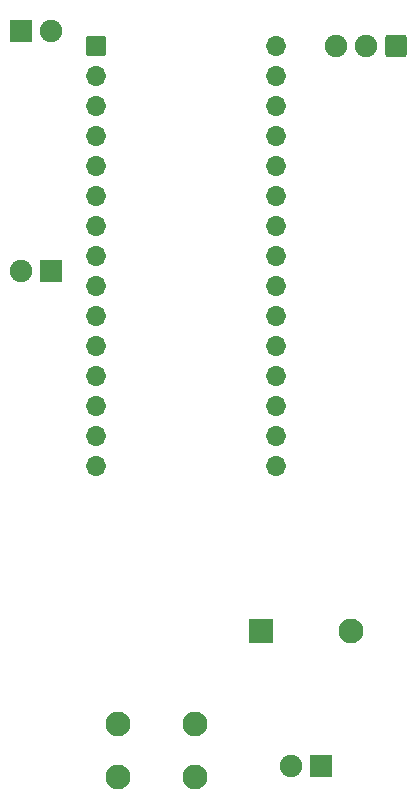
<source format=gbs>
G04 #@! TF.GenerationSoftware,KiCad,Pcbnew,6.0.1-79c1e3a40b~116~ubuntu20.04.1*
G04 #@! TF.CreationDate,2022-02-01T23:26:21-08:00*
G04 #@! TF.ProjectId,Laser_Tag,4c617365-725f-4546-9167-2e6b69636164,2-1-22*
G04 #@! TF.SameCoordinates,Original*
G04 #@! TF.FileFunction,Soldermask,Bot*
G04 #@! TF.FilePolarity,Negative*
%FSLAX46Y46*%
G04 Gerber Fmt 4.6, Leading zero omitted, Abs format (unit mm)*
G04 Created by KiCad (PCBNEW 6.0.1-79c1e3a40b~116~ubuntu20.04.1) date 2022-02-01 23:26:21*
%MOMM*%
%LPD*%
G01*
G04 APERTURE LIST*
G04 Aperture macros list*
%AMRoundRect*
0 Rectangle with rounded corners*
0 $1 Rounding radius*
0 $2 $3 $4 $5 $6 $7 $8 $9 X,Y pos of 4 corners*
0 Add a 4 corners polygon primitive as box body*
4,1,4,$2,$3,$4,$5,$6,$7,$8,$9,$2,$3,0*
0 Add four circle primitives for the rounded corners*
1,1,$1+$1,$2,$3*
1,1,$1+$1,$4,$5*
1,1,$1+$1,$6,$7*
1,1,$1+$1,$8,$9*
0 Add four rect primitives between the rounded corners*
20,1,$1+$1,$2,$3,$4,$5,0*
20,1,$1+$1,$4,$5,$6,$7,0*
20,1,$1+$1,$6,$7,$8,$9,0*
20,1,$1+$1,$8,$9,$2,$3,0*%
G04 Aperture macros list end*
%ADD10C,2.102000*%
%ADD11RoundRect,0.051000X-0.800000X-0.800000X0.800000X-0.800000X0.800000X0.800000X-0.800000X0.800000X0*%
%ADD12O,1.702000X1.702000*%
%ADD13RoundRect,0.051000X-1.000000X-1.000000X1.000000X-1.000000X1.000000X1.000000X-1.000000X1.000000X0*%
%ADD14RoundRect,0.301200X0.649800X0.649800X-0.649800X0.649800X-0.649800X-0.649800X0.649800X-0.649800X0*%
%ADD15C,1.902000*%
%ADD16RoundRect,0.051000X0.900000X0.900000X-0.900000X0.900000X-0.900000X-0.900000X0.900000X-0.900000X0*%
%ADD17RoundRect,0.051000X-0.900000X-0.900000X0.900000X-0.900000X0.900000X0.900000X-0.900000X0.900000X0*%
G04 APERTURE END LIST*
D10*
X113590000Y-142530000D03*
X120090000Y-142530000D03*
X113590000Y-147030000D03*
X120090000Y-147030000D03*
D11*
X111760000Y-85090000D03*
D12*
X111760000Y-87630000D03*
X111760000Y-90170000D03*
X111760000Y-92710000D03*
X111760000Y-95250000D03*
X111760000Y-97790000D03*
X111760000Y-100330000D03*
X111760000Y-102870000D03*
X111760000Y-105410000D03*
X111760000Y-107950000D03*
X111760000Y-110490000D03*
X111760000Y-113030000D03*
X111760000Y-115570000D03*
X111760000Y-118110000D03*
X111760000Y-120650000D03*
X127000000Y-120650000D03*
X127000000Y-118110000D03*
X127000000Y-115570000D03*
X127000000Y-113030000D03*
X127000000Y-110490000D03*
X127000000Y-107950000D03*
X127000000Y-105410000D03*
X127000000Y-102870000D03*
X127000000Y-100330000D03*
X127000000Y-97790000D03*
X127000000Y-95250000D03*
X127000000Y-92710000D03*
X127000000Y-90170000D03*
X127000000Y-87630000D03*
X127000000Y-85090000D03*
D13*
X125740000Y-134620000D03*
D10*
X133340000Y-134620000D03*
D14*
X137160000Y-85090000D03*
D15*
X134620000Y-85090000D03*
X132080000Y-85090000D03*
D16*
X130810000Y-146050000D03*
D15*
X128270000Y-146050000D03*
D16*
X107950000Y-104140000D03*
D15*
X105410000Y-104140000D03*
D17*
X105410000Y-83820000D03*
D15*
X107950000Y-83820000D03*
M02*

</source>
